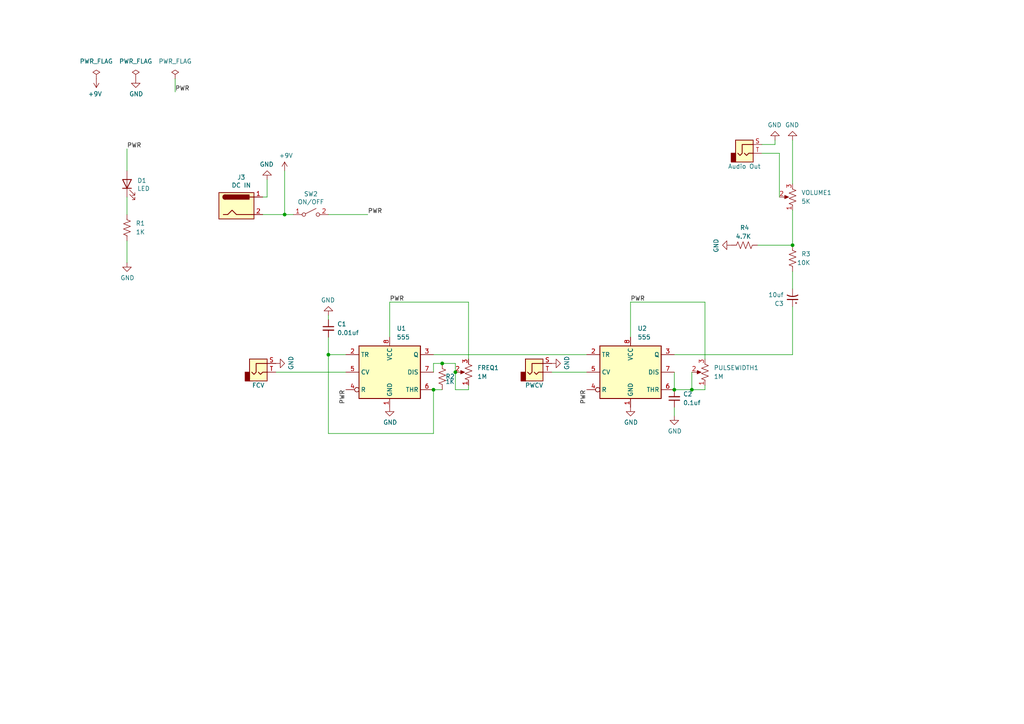
<source format=kicad_sch>
(kicad_sch (version 20211123) (generator eeschema)
  (paper "A4")
  (title_block (title "Codename: STG-1000"))
  (lib_symbols
    (symbol "Connector:AudioJack2"
      (property "Reference" "J" (at 0 8.89 0))
      (property "Value" "AudioJack2" (at 0 6.35 0))
      (symbol "AudioJack2_0_1"
        (rectangle (start -3.81 0) (end -2.54 -2.54) (stroke (width 0.254)) (fill (type outline)))
        (rectangle (start -2.54 3.81) (end 2.54 -2.54) (stroke (width 0.254)) (fill (type background)))
        (polyline (pts (xy 0 0) (xy 0.635 -0.635) (xy 1.27 0) (xy 2.54 0)) (stroke (width 0.254)))
        (polyline (pts (xy 2.54 2.54) (xy -0.635 2.54) (xy -0.635 0) (xy -1.27 -0.635) (xy -1.905 0)) (stroke (width 0.254)))
      )
      (symbol "AudioJack2_1_1"
        (pin passive line (at 5.08 2.54 180) (length 2.54) (name "~") (number "S"))
        (pin passive line (at 5.08 0 180) (length 2.54) (name "~") (number "T"))
      )
    )
    (symbol "Connector:Jack-DC" (pin_names (offset 1.016))
      (property "Reference" "J" (at 0 5.334 0))
      (property "Value" "Jack-DC" (at 0 -5.08 0))
      (symbol "Jack-DC_0_1"
        (rectangle (start -5.08 3.81) (end 5.08 -3.81) (stroke (width 0.254)) (fill (type background)))
        (arc (start -3.302 3.175) (mid -3.937 2.54) (end -3.302 1.905) (stroke (width 0.254)))
        (arc (start -3.302 3.175) (mid -3.937 2.54) (end -3.302 1.905) (stroke (width 0.254)) (fill (type outline)))
        (polyline (pts (xy 5.08 2.54) (xy 3.81 2.54)) (stroke (width 0.254)))
        (polyline (pts (xy -3.81 -2.54) (xy -2.54 -2.54) (xy -1.27 -1.27) (xy 0 -2.54) (xy 2.54 -2.54) (xy 5.08 -2.54)) (stroke (width 0.254)))
        (rectangle (start 3.683 3.175) (end -3.302 1.905) (stroke (width 0.254)) (fill (type outline)))
      )
      (symbol "Jack-DC_1_1"
        (pin passive line (at 7.62 2.54 180) (length 2.54) (name "~") (number "1"))
        (pin passive line (at 7.62 -2.54 180) (length 2.54) (name "~") (number "2"))
      )
    )
    (symbol "Device:C_Polarized_Small_US" (pin_numbers hide) (pin_names (offset 0.254) hide)
      (property "Reference" "C" (at 0.254 1.778 0))
      (property "Value" "C_Polarized_Small_US" (at 0.254 -2.032 0))
      (symbol "C_Polarized_Small_US_0_1"
        (polyline (pts (xy -1.524 0.508) (xy 1.524 0.508)) (stroke (width 0.3048)))
        (polyline (pts (xy -1.27 1.524) (xy -0.762 1.524)))
        (polyline (pts (xy -1.016 1.27) (xy -1.016 1.778)))
        (arc (start 1.524 -0.762) (mid 0 -0.3734) (end -1.524 -0.762) (stroke (width 0.3048)))
      )
      (symbol "C_Polarized_Small_US_1_1"
        (pin passive line (at 0 2.54 270) (length 2.032) (name "~") (number "1"))
        (pin passive line (at 0 -2.54 90) (length 2.032) (name "~") (number "2"))
      )
    )
    (symbol "Device:C_Small" (pin_numbers hide) (pin_names (offset 0.254) hide)
      (property "Reference" "C" (at 0.254 1.778 0))
      (property "Value" "C_Small" (at 0.254 -2.032 0))
      (symbol "C_Small_0_1"
        (polyline (pts (xy -1.524 -0.508) (xy 1.524 -0.508)) (stroke (width 0.3302)))
        (polyline (pts (xy -1.524 0.508) (xy 1.524 0.508)) (stroke (width 0.3048)))
      )
      (symbol "C_Small_1_1"
        (pin passive line (at 0 2.54 270) (length 2.032) (name "~") (number "1"))
        (pin passive line (at 0 -2.54 90) (length 2.032) (name "~") (number "2"))
      )
    )
    (symbol "Device:LED" (pin_numbers hide) (pin_names (offset 1.016) hide)
      (property "Reference" "D" (at 0 2.54 0))
      (property "Value" "LED" (at 0 -2.54 0))
      (symbol "LED_0_1"
        (polyline (pts (xy -1.27 -1.27) (xy -1.27 1.27)) (stroke (width 0.254)))
        (polyline (pts (xy -1.27 0) (xy 1.27 0)))
        (polyline (pts (xy 1.27 -1.27) (xy 1.27 1.27) (xy -1.27 0) (xy 1.27 -1.27)) (stroke (width 0.254)))
        (polyline (pts (xy -3.048 -0.762) (xy -4.572 -2.286) (xy -3.81 -2.286) (xy -4.572 -2.286) (xy -4.572 -1.524)))
        (polyline (pts (xy -1.778 -0.762) (xy -3.302 -2.286) (xy -2.54 -2.286) (xy -3.302 -2.286) (xy -3.302 -1.524)))
      )
      (symbol "LED_1_1"
        (pin passive line (at -3.81 0 0) (length 2.54) (name "K") (number "1"))
        (pin passive line (at 3.81 0 180) (length 2.54) (name "A") (number "2"))
      )
    )
    (symbol "Device:R_Potentiometer_US" (pin_names (offset 1.016) hide)
      (property "Reference" "RV" (at -4.445 0 90))
      (property "Value" "R_Potentiometer_US" (at -2.54 0 90))
      (symbol "R_Potentiometer_US_0_1"
        (polyline (pts (xy 0 -2.286) (xy 0 -2.54)))
        (polyline (pts (xy 0 2.54) (xy 0 2.286)))
        (polyline (pts (xy 2.54 0) (xy 1.524 0)))
        (polyline (pts (xy 1.143 0) (xy 2.286 0.508) (xy 2.286 -0.508) (xy 1.143 0)) (fill (type outline)))
        (polyline (pts (xy 0 -0.762) (xy 1.016 -1.143) (xy 0 -1.524) (xy -1.016 -1.905) (xy 0 -2.286)))
        (polyline (pts (xy 0 0.762) (xy 1.016 0.381) (xy 0 0) (xy -1.016 -0.381) (xy 0 -0.762)))
        (polyline (pts (xy 0 2.286) (xy 1.016 1.905) (xy 0 1.524) (xy -1.016 1.143) (xy 0 0.762)))
      )
      (symbol "R_Potentiometer_US_1_1"
        (pin passive line (at 0 3.81 270) (length 1.27) (name "1") (number "1"))
        (pin passive line (at 3.81 0 180) (length 1.27) (name "2") (number "2"))
        (pin passive line (at 0 -3.81 90) (length 1.27) (name "3") (number "3"))
      )
    )
    (symbol "Device:R_US" (pin_numbers hide) (pin_names (offset 0))
      (property "Reference" "R" (at 2.54 0 90))
      (property "Value" "R_US" (at -2.54 0 90))
      (symbol "R_US_0_1"
        (polyline (pts (xy 0 -2.286) (xy 0 -2.54)))
        (polyline (pts (xy 0 2.286) (xy 0 2.54)))
        (polyline (pts (xy 0 -0.762) (xy 1.016 -1.143) (xy 0 -1.524) (xy -1.016 -1.905) (xy 0 -2.286)))
        (polyline (pts (xy 0 0.762) (xy 1.016 0.381) (xy 0 0) (xy -1.016 -0.381) (xy 0 -0.762)))
        (polyline (pts (xy 0 2.286) (xy 1.016 1.905) (xy 0 1.524) (xy -1.016 1.143) (xy 0 0.762)))
      )
      (symbol "R_US_1_1"
        (pin passive line (at 0 3.81 270) (length 1.27) (name "~") (number "1"))
        (pin passive line (at 0 -3.81 90) (length 1.27) (name "~") (number "2"))
      )
    )
    (symbol "Switch:SW_SPST" (pin_names (offset 0) hide)
      (property "Reference" "SW" (at 0 3.175 0))
      (property "Value" "SW_SPST" (at 0 -2.54 0))
      (symbol "SW_SPST_0_0"
        (circle (center -2.032 0) (radius 0.508))
        (polyline (pts (xy -1.524 0.254) (xy 1.524 1.778)))
        (circle (center 2.032 0) (radius 0.508))
      )
      (symbol "SW_SPST_1_1"
        (pin passive line (at -5.08 0 0) (length 2.54) (name "A") (number "1"))
        (pin passive line (at 5.08 0 180) (length 2.54) (name "B") (number "2"))
      )
    )
    (symbol "Timer:LM555xM"
      (property "Reference" "U" (at -10.16 8.89 0))
      (property "Value" "LM555xM" (at 2.54 8.89 0))
      (symbol "LM555xM_0_0"
        (pin power_in line (at 0 -10.16 90) (length 2.54) (name "GND") (number "1"))
        (pin power_in line (at 0 10.16 270) (length 2.54) (name "VCC") (number "8"))
      )
      (symbol "LM555xM_0_1"
        (rectangle (start -8.89 -7.62) (end 8.89 7.62) (stroke (width 0.254)) (fill (type background)))
        (rectangle (start -8.89 -7.62) (end 8.89 7.62) (stroke (width 0.254)) (fill (type background)))
      )
      (symbol "LM555xM_1_1"
        (pin input line (at -12.7 5.08 0) (length 3.81) (name "TR") (number "2"))
        (pin output line (at 12.7 5.08 180) (length 3.81) (name "Q") (number "3"))
        (pin input inverted (at -12.7 -5.08 0) (length 3.81) (name "R") (number "4"))
        (pin input line (at -12.7 0 0) (length 3.81) (name "CV") (number "5"))
        (pin input line (at 12.7 -5.08 180) (length 3.81) (name "THR") (number "6"))
        (pin input line (at 12.7 0 180) (length 3.81) (name "DIS") (number "7"))
      )
    )
    (symbol "power:+9V" (power) (pin_names (offset 0))
      (property "Value" "+9V" (at 0 3.556 0))
      (symbol "+9V_0_1"
        (polyline (pts (xy -0.762 1.27) (xy 0 2.54)))
        (polyline (pts (xy 0 0) (xy 0 2.54)))
        (polyline (pts (xy 0 2.54) (xy 0.762 1.27)))
      )
      (symbol "+9V_1_1"
        (pin power_in line (at 0 0 90) (length 0) hide (name "+9V") (number "1"))
      )
    )
    (symbol "power:GND" (power) (pin_names (offset 0))
      (property "Value" "GND" (at 0 -3.81 0))
      (symbol "GND_0_1"
        (polyline (pts (xy 0 0) (xy 0 -1.27) (xy 1.27 -1.27) (xy 0 -2.54) (xy -1.27 -1.27) (xy 0 -1.27)))
      )
      (symbol "GND_1_1"
        (pin power_in line (at 0 0 270) (length 0) hide (name "GND") (number "1"))
      )
    )
    (symbol "power:PWR_FLAG" (power) (pin_numbers hide) (pin_names (offset 0) hide)
      (property "Value" "PWR_FLAG" (at 0 3.81 0))
      (symbol "PWR_FLAG_0_0"
        (pin power_out line (at 0 0 90) (length 0) (name "pwr") (number "1"))
      )
      (symbol "PWR_FLAG_0_1"
        (polyline (pts (xy 0 0) (xy 0 1.27) (xy -1.016 1.905) (xy 0 2.54) (xy 1.016 1.905) (xy 0 1.27)))
      )
    )
  )
  (junction (at 229.87 71.12))
  (junction (at 200.66 113.03))
  (junction (at 128.27 105.41))
  (junction (at 82.55 62.23))
  (junction (at 195.58 113.03))
  (junction (at 95.25 102.87))
  (junction (at 132.08 107.95))
  (junction (at 125.73 113.03))
  (wire (pts (xy 95.25 97.79) (xy 95.25 102.87)))
  (wire (pts (xy 76.2 57.15) (xy 77.47 57.15)))
  (wire (pts (xy 95.25 102.87) (xy 95.25 125.73)))
  (wire (pts (xy 125.73 125.73) (xy 95.25 125.73)))
  (wire (pts (xy 220.98 41.91) (xy 224.79 41.91)))
  (wire (pts (xy 82.55 62.23) (xy 85.09 62.23)))
  (wire (pts (xy 229.87 78.74) (xy 229.87 83.82)))
  (wire (pts (xy 132.08 107.95) (xy 132.08 113.03)))
  (wire (pts (xy 200.66 107.95) (xy 200.66 113.03)))
  (wire (pts (xy 95.25 91.44) (xy 95.25 92.71)))
  (wire (pts (xy 135.89 113.03) (xy 135.89 111.76)))
  (wire (pts (xy 36.83 57.15) (xy 36.83 62.23)))
  (wire (pts (xy 229.87 60.96) (xy 229.87 71.12)))
  (wire (pts (xy 195.58 102.87) (xy 229.87 102.87)))
  (wire (pts (xy 125.73 105.41) (xy 128.27 105.41)))
  (wire (pts (xy 195.58 118.11) (xy 195.58 120.65)))
  (wire (pts (xy 224.79 41.91) (xy 224.79 40.64)))
  (wire (pts (xy 132.08 105.41) (xy 128.27 105.41)))
  (wire (pts (xy 229.87 102.87) (xy 229.87 88.9)))
  (wire (pts (xy 182.88 87.63) (xy 182.88 97.79)))
  (wire (pts (xy 113.03 87.63) (xy 135.89 87.63)))
  (wire (pts (xy 195.58 107.95) (xy 195.58 113.03)))
  (wire (pts (xy 220.98 44.45) (xy 226.06 44.45)))
  (wire (pts (xy 204.47 111.76) (xy 204.47 113.03)))
  (wire (pts (xy 226.06 44.45) (xy 226.06 57.15)))
  (wire (pts (xy 135.89 104.14) (xy 135.89 87.63)))
  (wire (pts (xy 125.73 113.03) (xy 128.27 113.03)))
  (wire (pts (xy 50.8 22.86) (xy 50.8 26.67)))
  (wire (pts (xy 204.47 87.63) (xy 182.88 87.63)))
  (wire (pts (xy 132.08 113.03) (xy 135.89 113.03)))
  (wire (pts (xy 36.83 43.18) (xy 36.83 49.53)))
  (wire (pts (xy 219.71 71.12) (xy 229.87 71.12)))
  (wire (pts (xy 77.47 57.15) (xy 77.47 52.07)))
  (wire (pts (xy 204.47 87.63) (xy 204.47 104.14)))
  (wire (pts (xy 125.73 102.87) (xy 170.18 102.87)))
  (wire (pts (xy 82.55 49.53) (xy 82.55 62.23)))
  (wire (pts (xy 195.58 113.03) (xy 200.66 113.03)))
  (wire (pts (xy 80.01 107.95) (xy 100.33 107.95)))
  (wire (pts (xy 36.83 69.85) (xy 36.83 76.2)))
  (wire (pts (xy 113.03 87.63) (xy 113.03 97.79)))
  (wire (pts (xy 95.25 62.23) (xy 106.68 62.23)))
  (wire (pts (xy 125.73 113.03) (xy 125.73 125.73)))
  (wire (pts (xy 229.87 40.64) (xy 229.87 53.34)))
  (wire (pts (xy 125.73 107.95) (xy 125.73 105.41)))
  (wire (pts (xy 132.08 105.41) (xy 132.08 107.95)))
  (wire (pts (xy 76.2 62.23) (xy 82.55 62.23)))
  (wire (pts (xy 95.25 102.87) (xy 100.33 102.87)))
  (wire (pts (xy 160.02 107.95) (xy 170.18 107.95)))
  (wire (pts (xy 200.66 113.03) (xy 204.47 113.03)))
  (label "PWR" (at 100.33 113.03 270))
  (label "PWR" (at 170.18 113.03 270))
  (label "PWR" (at 182.88 87.63 0))
  (label "PWR" (at 106.68 62.23 0))
  (label "PWR" (at 50.8 26.67 0))
  (label "PWR" (at 36.83 43.18 0))
  (label "PWR" (at 113.03 87.63 0))
  (symbol (lib_id "Device:R_US") (at 36.83 66.04 180) (unit 1)
    (property "Reference" "R1" (at 39.37 64.77 0) (effects (justify right)))
    (property "Value" "1K" (at 39.37 67.31 0) (effects (justify right)))
    (property "Footprint" "Resistor_THT:R_Axial_DIN0207_L6.3mm_D2.5mm_P10.16mm_Horizontal" (effects hide))
  )
  (symbol (lib_id "power:GND") (at 95.25 91.44 180) (unit 1)
    (property "Reference" "#PWR03" (effects hide))
    (property "Value" "GND" (at 95.123 87.0458 0))
  )
  (symbol (lib_id "power:GND") (at 80.01 105.41 90) (unit 1)
    (property "Reference" "#PWR02" (effects hide))
    (property "Value" "GND" (at 84.4042 105.283 0))
  )
  (symbol (lib_id "power:PWR_FLAG") (at 39.37 22.86 0) (unit 1)
    (property "Reference" "#FLG0102" (effects hide))
    (property "Value" "PWR_FLAG" (at 39.37 17.78 0))
  )
  (symbol (lib_id "Device:C_Polarized_Small_US") (at 229.87 86.36 180) (unit 1)
    (property "Reference" "C3" (at 227.33 88.0619 0) (effects (justify left)))
    (property "Value" "10uf" (at 227.33 85.5219 0) (effects (justify left)))
    (property "Footprint" "Capacitor_THT:CP_Radial_D5.0mm_P2.50mm" (effects hide))
  )
  (symbol (lib_id "power:PWR_FLAG") (at 27.94 22.86 0) (unit 1)
    (property "Reference" "#FLG0101" (effects hide))
    (property "Value" "PWR_FLAG" (at 27.94 17.78 0))
  )
  (symbol (lib_id "power:GND") (at 229.87 40.64 180) (unit 1)
    (property "Reference" "#PWR09" (effects hide))
    (property "Value" "GND" (at 229.743 36.2458 0))
  )
  (symbol (lib_id "Device:LED") (at 36.83 53.34 90) (unit 1)
    (property "Reference" "D1" (at 39.8018 52.3748 90) (effects (justify right)))
    (property "Value" "LED" (at 39.8018 54.6862 90) (effects (justify right)))
    (property "Footprint" "LED_THT:LED_D3.0mm" (effects hide))
  )
  (symbol (lib_id "Connector:Jack-DC") (at 68.58 59.69 0) (unit 1)
    (property "Reference" "J3" (at 69.977 51.435 0))
    (property "Value" "DC IN" (at 69.977 53.7464 0))
    (property "Footprint" "Connector_Wire:SolderWire-0.5sqmm_1x02_P4.6mm_D0.9mm_OD2.1mm" (effects hide))
  )
  (symbol (lib_id "Timer:LM555xM") (at 182.88 107.95 0) (unit 1)
    (property "Reference" "U2" (at 184.8994 95.25 0) (effects (justify left)))
    (property "Value" "555" (at 184.8994 97.79 0) (effects (justify left)))
    (property "Footprint" "Package_DIP:DIP-8_W7.62mm" (effects hide))
    (property "Datasheet" "http://www.ti.com/lit/ds/symlink/lm555.pdf" (effects hide))
  )
  (symbol (lib_id "Device:R_Potentiometer_US") (at 204.47 107.95 180) (unit 1)
    (property "Reference" "PULSEWIDTH1" (at 207.01 106.6799 0) (effects (justify right)))
    (property "Value" "1M" (at 207.01 109.2199 0) (effects (justify right)))
    (property "Footprint" "Connector_Wire:SolderWire-0.5sqmm_1x03_P4.6mm_D0.9mm_OD2.1mm" (effects hide))
  )
  (symbol (lib_id "Device:C_Small") (at 95.25 95.25 0) (unit 1)
    (property "Reference" "C1" (at 97.79 93.9862 0) (effects (justify left)))
    (property "Value" "0.01uf" (at 97.79 96.5262 0) (effects (justify left)))
    (property "Footprint" "Capacitor_THT:C_Disc_D4.3mm_W1.9mm_P5.00mm" (effects hide))
  )
  (symbol (lib_id "power:GND") (at 77.47 52.07 180) (unit 1)
    (property "Reference" "#PWR0101" (effects hide))
    (property "Value" "GND" (at 77.343 47.6758 0))
  )
  (symbol (lib_id "Timer:LM555xM") (at 113.03 107.95 0) (unit 1)
    (property "Reference" "U1" (at 115.0494 95.25 0) (effects (justify left)))
    (property "Value" "555" (at 115.0494 97.79 0) (effects (justify left)))
    (property "Footprint" "Package_DIP:DIP-8_W7.62mm" (effects hide))
    (property "Datasheet" "http://www.ti.com/lit/ds/symlink/lm555.pdf" (effects hide))
  )
  (symbol (lib_id "Device:R_US") (at 128.27 109.22 0) (unit 1)
    (property "Reference" "R2" (at 131.9058 109.1936 0) (effects (justify right)))
    (property "Value" "1K" (at 131.8689 110.7093 0) (effects (justify right)))
    (property "Footprint" "Resistor_THT:R_Axial_DIN0207_L6.3mm_D2.5mm_P10.16mm_Horizontal" (effects hide))
  )
  (symbol (lib_id "power:PWR_FLAG") (at 50.8 22.86 0) (unit 1)
    (property "Reference" "#FLG0103" (effects hide))
    (property "Value" "PWR_FLAG" (at 50.8 17.78 0))
  )
  (symbol (lib_id "Device:R_Potentiometer_US") (at 229.87 57.15 180) (unit 1)
    (property "Reference" "VOLUME1" (at 232.41 55.8799 0) (effects (justify right)))
    (property "Value" "5K" (at 232.41 58.4199 0) (effects (justify right)))
    (property "Footprint" "Connector_Wire:SolderWire-0.5sqmm_1x03_P4.6mm_D0.9mm_OD2.1mm" (effects hide))
  )
  (symbol (lib_id "Connector:AudioJack2") (at 215.9 44.45 0) (unit 1)
    (property "Reference" "J4" (effects hide))
    (property "Value" "Audio Out" (at 215.9 48.26 0))
    (property "Footprint" "Connector_Wire:SolderWire-0.5sqmm_1x02_P4.6mm_D0.9mm_OD2.1mm" (effects hide))
  )
  (symbol (lib_id "Connector:AudioJack2") (at 154.94 107.95 0) (unit 1)
    (property "Reference" "J2" (effects hide))
    (property "Value" "PWCV" (at 154.94 111.76 0))
    (property "Footprint" "Connector_Wire:SolderWire-0.5sqmm_1x02_P4.6mm_D0.9mm_OD2.1mm" (effects hide))
  )
  (symbol (lib_id "power:GND") (at 36.83 76.2 0) (unit 1)
    (property "Reference" "#PWR01" (effects hide))
    (property "Value" "GND" (at 36.957 80.5942 0))
  )
  (symbol (lib_id "power:+9V") (at 82.55 49.53 0) (unit 1)
    (property "Reference" "#PWR0102" (effects hide))
    (property "Value" "+9V" (at 82.931 45.1358 0))
  )
  (symbol (lib_id "power:GND") (at 195.58 120.65 0) (unit 1)
    (property "Reference" "#PWR0103" (effects hide))
    (property "Value" "GND" (at 195.707 125.0442 0))
  )
  (symbol (lib_id "power:GND") (at 182.88 118.11 0) (unit 1)
    (property "Reference" "#PWR06" (effects hide))
    (property "Value" "GND" (at 183.007 122.5042 0))
  )
  (symbol (lib_id "power:GND") (at 39.37 22.86 0) (unit 1)
    (property "Reference" "#PWR_FLAG0102" (effects hide))
    (property "Value" "GND" (at 39.497 27.2542 0))
  )
  (symbol (lib_id "power:GND") (at 113.03 118.11 0) (unit 1)
    (property "Reference" "#PWR04" (effects hide))
    (property "Value" "GND" (at 113.157 122.5042 0))
  )
  (symbol (lib_id "power:GND") (at 212.09 71.12 270) (unit 1)
    (property "Reference" "#PWR07" (effects hide))
    (property "Value" "GND" (at 207.6958 71.247 0))
  )
  (symbol (lib_id "Device:R_US") (at 229.87 74.93 180) (unit 1)
    (property "Reference" "R3" (at 232.41 73.66 0) (effects (justify right)))
    (property "Value" "10K" (at 231.14 76.2 0) (effects (justify right)))
    (property "Footprint" "Resistor_THT:R_Axial_DIN0207_L6.3mm_D2.5mm_P10.16mm_Horizontal" (effects hide))
  )
  (symbol (lib_id "power:GND") (at 160.02 105.41 90) (unit 1)
    (property "Reference" "#PWR05" (effects hide))
    (property "Value" "GND" (at 164.4142 105.283 0))
  )
  (symbol (lib_id "Connector:AudioJack2") (at 74.93 107.95 0) (unit 1)
    (property "Reference" "J1" (effects hide))
    (property "Value" "FCV" (at 74.93 111.76 0))
    (property "Footprint" "Connector_Wire:SolderWire-0.5sqmm_1x02_P4.6mm_D0.9mm_OD2.1mm" (effects hide))
  )
  (symbol (lib_id "Device:R_Potentiometer_US") (at 135.89 107.95 180) (unit 1)
    (property "Reference" "FREQ1" (at 138.43 106.6799 0) (effects (justify right)))
    (property "Value" "1M" (at 138.43 109.2199 0) (effects (justify right)))
    (property "Footprint" "Connector_Wire:SolderWire-0.5sqmm_1x03_P4.6mm_D0.9mm_OD2.1mm" (effects hide))
  )
  (symbol (lib_id "power:GND") (at 224.79 40.64 180) (unit 1)
    (property "Reference" "#PWR08" (effects hide))
    (property "Value" "GND" (at 224.663 36.2458 0))
  )
  (symbol (lib_id "power:+9V") (at 27.94 22.86 180) (unit 1)
    (property "Reference" "#PWR0109" (effects hide))
    (property "Value" "+9V" (at 27.559 27.2542 0))
  )
  (symbol (lib_id "Switch:SW_SPST") (at 90.17 62.23 0) (unit 1)
    (property "Reference" "SW2" (at 90.17 56.261 0))
    (property "Value" "ON/OFF" (at 90.17 58.5724 0))
    (property "Footprint" "Connector_Wire:SolderWire-0.5sqmm_1x02_P4.6mm_D0.9mm_OD2.1mm" (effects hide))
  )
  (symbol (lib_id "Device:C_Small") (at 195.58 115.57 180) (unit 1)
    (property "Reference" "C2" (at 198.12 114.2935 0) (effects (justify right)))
    (property "Value" "0.1uf" (at 198.12 116.8335 0) (effects (justify right)))
    (property "Footprint" "Capacitor_THT:C_Disc_D4.3mm_W1.9mm_P5.00mm" (effects hide))
  )
  (symbol (lib_id "Device:R_US") (at 215.9 71.12 90) (unit 1)
    (property "Reference" "R4" (at 214.63 66.04 90) (effects (justify right)))
    (property "Value" "4.7K" (at 213.36 68.58 90) (effects (justify right)))
    (property "Footprint" "Resistor_THT:R_Axial_DIN0207_L6.3mm_D2.5mm_P10.16mm_Horizontal" (effects hide))
  )
)
</source>
